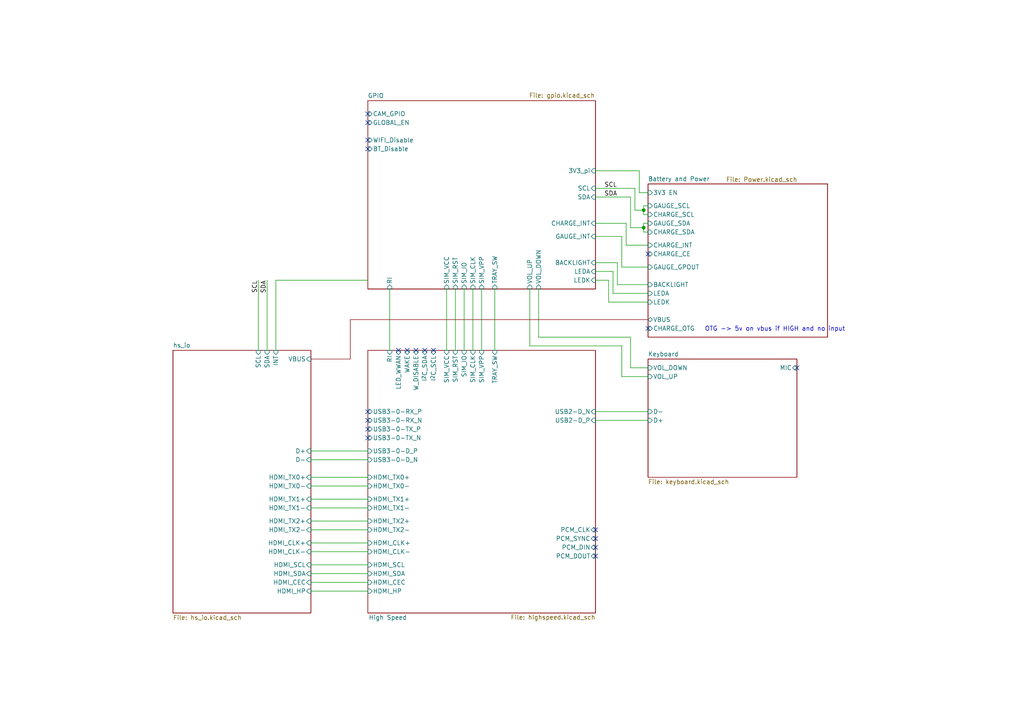
<source format=kicad_sch>
(kicad_sch
	(version 20231120)
	(generator "eeschema")
	(generator_version "8.0")
	(uuid "de3771bf-b13a-459d-a957-6ff90f7da387")
	(paper "A4")
	(title_block
		(title "Overview")
		(date "2024-10-19 - 2025-01-29")
		(rev "Prototype v0")
		(company "xamuel.xyz")
	)
	(lib_symbols)
	(junction
		(at 186.69 60.96)
		(diameter 0)
		(color 0 0 0 0)
		(uuid "1a4c2db4-74aa-4bec-819a-3e4170a21650")
	)
	(junction
		(at 186.69 66.04)
		(diameter 0)
		(color 0 0 0 0)
		(uuid "bfb1d14b-2643-448f-a00e-187ea4190f9a")
	)
	(no_connect
		(at 115.57 101.6)
		(uuid "0e2ac4d0-2296-41e5-8cbd-4ca0f82623d3")
	)
	(no_connect
		(at 172.72 156.21)
		(uuid "167b94cc-47c0-4c86-94db-bce60db73776")
	)
	(no_connect
		(at 125.73 101.6)
		(uuid "2772f1e2-dac8-4e58-8378-07d4f05a4d02")
	)
	(no_connect
		(at 187.96 95.25)
		(uuid "334c519d-553f-4732-b850-bf057fd4dcc6")
	)
	(no_connect
		(at 106.68 127)
		(uuid "4df86576-8a00-43c3-9a1e-1e00bfe5df86")
	)
	(no_connect
		(at 231.14 106.68)
		(uuid "54da4c6e-d482-41fa-87da-7e0d95da7546")
	)
	(no_connect
		(at 106.68 121.92)
		(uuid "660dc22e-bf98-4ade-bfee-46451f6c6746")
	)
	(no_connect
		(at 172.72 161.29)
		(uuid "730ef939-b907-4a1d-9b23-81c93715d580")
	)
	(no_connect
		(at 106.68 33.02)
		(uuid "787d9189-dc65-44e1-ba96-8a65c7607288")
	)
	(no_connect
		(at 123.19 101.6)
		(uuid "93bf84a8-b6b5-4ebe-8d18-6d3c776885db")
	)
	(no_connect
		(at 106.68 124.46)
		(uuid "a580c4f3-2140-4c20-9d8b-563582f7375e")
	)
	(no_connect
		(at 106.68 119.38)
		(uuid "aa562275-87a0-46dd-acc6-7d61dad4db8a")
	)
	(no_connect
		(at 187.96 73.66)
		(uuid "ae28476b-6796-4574-a30e-608838166662")
	)
	(no_connect
		(at 106.68 40.64)
		(uuid "cf8daf27-d7b9-47ea-b221-4b4d5d28f4c2")
	)
	(no_connect
		(at 106.68 43.18)
		(uuid "d69245e3-e4e1-49e3-8e31-f2a636b47fca")
	)
	(no_connect
		(at 106.68 35.56)
		(uuid "ddc15d5a-e945-408e-9ce6-e9c12d8a5b4f")
	)
	(no_connect
		(at 120.65 101.6)
		(uuid "dec01159-172d-4467-a3b3-18cd65982a35")
	)
	(no_connect
		(at 172.72 153.67)
		(uuid "e7ed6c47-813f-4aa3-9455-4f95ef0ba996")
	)
	(no_connect
		(at 118.11 101.6)
		(uuid "eba35717-47f3-4769-aa05-4b2128e2da01")
	)
	(no_connect
		(at 172.72 158.75)
		(uuid "f539bcdd-7595-4f71-a54c-54362cc5c3c5")
	)
	(wire
		(pts
			(xy 172.72 121.92) (xy 187.96 121.92)
		)
		(stroke
			(width 0)
			(type default)
		)
		(uuid "0069f12d-7883-4d3c-8aa4-fd6a7a16d486")
	)
	(wire
		(pts
			(xy 101.6 104.14) (xy 101.6 92.71)
		)
		(stroke
			(width 0)
			(type default)
			(color 132 0 0 1)
		)
		(uuid "01b1dc12-9707-4d51-b82c-76924ceef48b")
	)
	(wire
		(pts
			(xy 185.42 55.88) (xy 185.42 49.53)
		)
		(stroke
			(width 0)
			(type default)
		)
		(uuid "03f4cbfd-7545-4622-bf31-b5c71fb3301e")
	)
	(wire
		(pts
			(xy 179.07 82.55) (xy 187.96 82.55)
		)
		(stroke
			(width 0)
			(type default)
		)
		(uuid "07384086-4bac-460b-80af-36b00d7f5d1c")
	)
	(wire
		(pts
			(xy 186.69 67.31) (xy 187.96 67.31)
		)
		(stroke
			(width 0)
			(type default)
		)
		(uuid "087c6174-37b8-4677-bd2b-9c1bd4bf9fd5")
	)
	(wire
		(pts
			(xy 90.17 104.14) (xy 101.6 104.14)
		)
		(stroke
			(width 0)
			(type default)
			(color 132 0 0 1)
		)
		(uuid "0a73ebed-b4bc-49f9-b2e7-f218c4f9b49d")
	)
	(wire
		(pts
			(xy 186.69 66.04) (xy 186.69 67.31)
		)
		(stroke
			(width 0)
			(type default)
		)
		(uuid "0b1b6112-d49d-4bbf-a4ba-95738521e6cc")
	)
	(wire
		(pts
			(xy 172.72 119.38) (xy 187.96 119.38)
		)
		(stroke
			(width 0)
			(type default)
		)
		(uuid "0e3673a0-3fdd-4605-b4c9-8053f093e46a")
	)
	(wire
		(pts
			(xy 90.17 130.81) (xy 106.68 130.81)
		)
		(stroke
			(width 0)
			(type default)
		)
		(uuid "0eca09db-ddb9-44b5-a1e8-27f0669d6d4c")
	)
	(wire
		(pts
			(xy 176.53 87.63) (xy 187.96 87.63)
		)
		(stroke
			(width 0)
			(type default)
		)
		(uuid "1768f339-910a-4dfe-a090-b5bb625721c0")
	)
	(wire
		(pts
			(xy 180.34 77.47) (xy 187.96 77.47)
		)
		(stroke
			(width 0)
			(type default)
		)
		(uuid "1811a3b3-4c7c-4afe-be38-e53d8479d248")
	)
	(wire
		(pts
			(xy 139.7 83.82) (xy 139.7 101.6)
		)
		(stroke
			(width 0)
			(type default)
		)
		(uuid "26f2846b-76cb-4f06-9bc6-3cb6abc5cf88")
	)
	(wire
		(pts
			(xy 180.34 100.33) (xy 180.34 109.22)
		)
		(stroke
			(width 0)
			(type default)
		)
		(uuid "29a4d152-7a87-40d8-92d5-53dbdf8641e1")
	)
	(wire
		(pts
			(xy 186.69 62.23) (xy 187.96 62.23)
		)
		(stroke
			(width 0)
			(type default)
		)
		(uuid "29c78463-d2f7-46b9-8b53-1577831503f4")
	)
	(wire
		(pts
			(xy 90.17 153.67) (xy 106.68 153.67)
		)
		(stroke
			(width 0)
			(type default)
		)
		(uuid "2ba73c47-5b21-4a74-9921-60ad17c9a2b3")
	)
	(wire
		(pts
			(xy 90.17 157.48) (xy 106.68 157.48)
		)
		(stroke
			(width 0)
			(type default)
		)
		(uuid "2fd59eae-98dd-4243-956f-55db3ae69c5f")
	)
	(wire
		(pts
			(xy 90.17 160.02) (xy 106.68 160.02)
		)
		(stroke
			(width 0)
			(type default)
		)
		(uuid "31cfcf41-0c1e-4148-8dcc-df0aef2f70b7")
	)
	(wire
		(pts
			(xy 176.53 87.63) (xy 176.53 81.28)
		)
		(stroke
			(width 0)
			(type default)
		)
		(uuid "360bce73-a28b-4c26-a51c-840f5f07079f")
	)
	(wire
		(pts
			(xy 184.15 54.61) (xy 184.15 60.96)
		)
		(stroke
			(width 0)
			(type default)
		)
		(uuid "3c293d6e-7340-443d-bf83-aad496c52cd1")
	)
	(wire
		(pts
			(xy 172.72 57.15) (xy 182.88 57.15)
		)
		(stroke
			(width 0)
			(type default)
		)
		(uuid "3da7b6f9-f275-4cd2-ab04-621d52ffc21b")
	)
	(wire
		(pts
			(xy 186.69 59.69) (xy 186.69 60.96)
		)
		(stroke
			(width 0)
			(type default)
		)
		(uuid "42676e74-17cc-4869-b445-98f908d7df06")
	)
	(wire
		(pts
			(xy 187.96 55.88) (xy 185.42 55.88)
		)
		(stroke
			(width 0)
			(type default)
		)
		(uuid "4cf0895c-be2f-4f58-95d8-b38a52db50e3")
	)
	(wire
		(pts
			(xy 186.69 64.77) (xy 187.96 64.77)
		)
		(stroke
			(width 0)
			(type default)
		)
		(uuid "57744c7c-0e47-45af-89f6-2554a51ae820")
	)
	(wire
		(pts
			(xy 90.17 133.35) (xy 106.68 133.35)
		)
		(stroke
			(width 0)
			(type default)
		)
		(uuid "59b8cb66-17f3-4c42-9961-ec5564598196")
	)
	(wire
		(pts
			(xy 90.17 144.78) (xy 106.68 144.78)
		)
		(stroke
			(width 0)
			(type default)
		)
		(uuid "5e492ed3-8e38-4264-bc79-3638502cc628")
	)
	(wire
		(pts
			(xy 90.17 151.13) (xy 106.68 151.13)
		)
		(stroke
			(width 0)
			(type default)
		)
		(uuid "62b8d1c8-fdb5-440e-8fa0-caf676789dfd")
	)
	(wire
		(pts
			(xy 90.17 138.43) (xy 106.68 138.43)
		)
		(stroke
			(width 0)
			(type default)
		)
		(uuid "686abce9-c364-4ece-9f79-1054952bfe96")
	)
	(wire
		(pts
			(xy 137.16 83.82) (xy 137.16 101.6)
		)
		(stroke
			(width 0)
			(type default)
		)
		(uuid "6cbbeeef-b736-4f21-a797-948a41092e4c")
	)
	(wire
		(pts
			(xy 90.17 163.83) (xy 106.68 163.83)
		)
		(stroke
			(width 0)
			(type default)
		)
		(uuid "71495350-004d-4a24-b02d-b76c8116256b")
	)
	(wire
		(pts
			(xy 177.8 85.09) (xy 177.8 78.74)
		)
		(stroke
			(width 0)
			(type default)
		)
		(uuid "72c1373e-bd55-42b1-b4ba-aeb5a6ac1a6f")
	)
	(wire
		(pts
			(xy 176.53 81.28) (xy 172.72 81.28)
		)
		(stroke
			(width 0)
			(type default)
		)
		(uuid "745bc68e-5f25-4b4e-a561-b532902cbcef")
	)
	(wire
		(pts
			(xy 90.17 166.37) (xy 106.68 166.37)
		)
		(stroke
			(width 0)
			(type default)
		)
		(uuid "753caf52-7240-4aef-af38-3ca2351ad600")
	)
	(wire
		(pts
			(xy 74.93 81.28) (xy 74.93 101.6)
		)
		(stroke
			(width 0)
			(type default)
		)
		(uuid "79134ac6-0924-4309-9a85-16dfbde0e0a7")
	)
	(wire
		(pts
			(xy 156.21 97.79) (xy 182.88 97.79)
		)
		(stroke
			(width 0)
			(type default)
		)
		(uuid "7ae67326-f222-4031-890a-988ce30a2d33")
	)
	(wire
		(pts
			(xy 172.72 54.61) (xy 184.15 54.61)
		)
		(stroke
			(width 0)
			(type default)
		)
		(uuid "7b38d3f9-025e-4c5e-863d-f68f92e1b74a")
	)
	(wire
		(pts
			(xy 182.88 106.68) (xy 187.96 106.68)
		)
		(stroke
			(width 0)
			(type default)
		)
		(uuid "7e237ae1-35a0-4444-ac55-9db543433047")
	)
	(wire
		(pts
			(xy 177.8 85.09) (xy 187.96 85.09)
		)
		(stroke
			(width 0)
			(type default)
		)
		(uuid "7e47f4a6-6d46-4015-a9c2-31e96c62dd14")
	)
	(wire
		(pts
			(xy 177.8 78.74) (xy 172.72 78.74)
		)
		(stroke
			(width 0)
			(type default)
		)
		(uuid "8a0c975d-1338-4215-b57b-91f6071126b7")
	)
	(wire
		(pts
			(xy 186.69 59.69) (xy 187.96 59.69)
		)
		(stroke
			(width 0)
			(type default)
		)
		(uuid "8bfba662-2a89-47af-931d-6c324dec1de7")
	)
	(wire
		(pts
			(xy 113.03 83.82) (xy 113.03 101.6)
		)
		(stroke
			(width 0)
			(type default)
		)
		(uuid "8ccbbbfa-9b21-43ee-9bdc-3d2eb838e291")
	)
	(wire
		(pts
			(xy 153.67 83.82) (xy 153.67 100.33)
		)
		(stroke
			(width 0)
			(type default)
		)
		(uuid "8f549916-1030-496d-a6d4-71d5444083ff")
	)
	(wire
		(pts
			(xy 143.51 83.82) (xy 143.51 101.6)
		)
		(stroke
			(width 0)
			(type default)
		)
		(uuid "935dd0a4-814e-4b4e-a4b2-80ffe7f29d83")
	)
	(wire
		(pts
			(xy 179.07 76.2) (xy 172.72 76.2)
		)
		(stroke
			(width 0)
			(type default)
		)
		(uuid "9e73313b-3949-489b-a1c4-e874c57fd384")
	)
	(wire
		(pts
			(xy 182.88 66.04) (xy 186.69 66.04)
		)
		(stroke
			(width 0)
			(type default)
		)
		(uuid "a1f1efbb-f4f6-4eff-8d3e-61e89673af25")
	)
	(wire
		(pts
			(xy 90.17 171.45) (xy 106.68 171.45)
		)
		(stroke
			(width 0)
			(type default)
		)
		(uuid "a563d7a2-aba6-4700-8d97-ee5f5c5dba06")
	)
	(wire
		(pts
			(xy 77.47 81.28) (xy 77.47 101.6)
		)
		(stroke
			(width 0)
			(type default)
		)
		(uuid "adafc25c-1008-4b9c-99eb-eaac1482aee1")
	)
	(wire
		(pts
			(xy 182.88 97.79) (xy 182.88 106.68)
		)
		(stroke
			(width 0)
			(type default)
		)
		(uuid "b46510e5-4ca5-4464-a993-048c9dbe3d6f")
	)
	(wire
		(pts
			(xy 90.17 147.32) (xy 106.68 147.32)
		)
		(stroke
			(width 0)
			(type default)
		)
		(uuid "b580d6c3-2aa6-4cb9-b033-0016b1d4b1ef")
	)
	(wire
		(pts
			(xy 80.01 81.28) (xy 106.68 81.28)
		)
		(stroke
			(width 0)
			(type default)
		)
		(uuid "bc4a65b3-a675-4966-b718-76d8d27d4a1f")
	)
	(wire
		(pts
			(xy 90.17 168.91) (xy 106.68 168.91)
		)
		(stroke
			(width 0)
			(type default)
		)
		(uuid "bdc4c29e-d6cb-49cc-aa4b-0fdc37bb3d9f")
	)
	(wire
		(pts
			(xy 180.34 109.22) (xy 187.96 109.22)
		)
		(stroke
			(width 0)
			(type default)
		)
		(uuid "c19cb1e7-8623-416d-83b8-d84fefbc51b6")
	)
	(wire
		(pts
			(xy 186.69 64.77) (xy 186.69 66.04)
		)
		(stroke
			(width 0)
			(type default)
		)
		(uuid "c2cb1ef8-3615-4b23-8ce6-986fad5c668b")
	)
	(wire
		(pts
			(xy 181.61 71.12) (xy 187.96 71.12)
		)
		(stroke
			(width 0)
			(type default)
		)
		(uuid "c34dfc5f-ee31-4eb0-82c5-d5bad6de4ec7")
	)
	(wire
		(pts
			(xy 180.34 68.58) (xy 172.72 68.58)
		)
		(stroke
			(width 0)
			(type default)
		)
		(uuid "c37ea950-2957-477b-bb89-4df9b63ab858")
	)
	(wire
		(pts
			(xy 181.61 64.77) (xy 172.72 64.77)
		)
		(stroke
			(width 0)
			(type default)
		)
		(uuid "c70c24e6-c8e4-40b8-86ed-4f4bafd0df6c")
	)
	(wire
		(pts
			(xy 129.54 83.82) (xy 129.54 101.6)
		)
		(stroke
			(width 0)
			(type default)
		)
		(uuid "c9508cc0-103f-4cfe-a683-b0c0caba8b41")
	)
	(wire
		(pts
			(xy 186.69 60.96) (xy 184.15 60.96)
		)
		(stroke
			(width 0)
			(type default)
		)
		(uuid "cc181621-b240-4a07-bd19-e8fc4319b86a")
	)
	(wire
		(pts
			(xy 101.6 92.71) (xy 187.96 92.71)
		)
		(stroke
			(width 0)
			(type default)
			(color 132 0 0 1)
		)
		(uuid "cd71b277-3056-4907-b189-c78158d523c5")
	)
	(wire
		(pts
			(xy 179.07 82.55) (xy 179.07 76.2)
		)
		(stroke
			(width 0)
			(type default)
		)
		(uuid "ce1efe3c-be94-4cfc-b971-95bb330a60fe")
	)
	(wire
		(pts
			(xy 134.62 83.82) (xy 134.62 101.6)
		)
		(stroke
			(width 0)
			(type default)
		)
		(uuid "ce79cc5c-b504-4547-ad16-6f038eeb0db5")
	)
	(wire
		(pts
			(xy 90.17 140.97) (xy 106.68 140.97)
		)
		(stroke
			(width 0)
			(type default)
		)
		(uuid "d1319ad1-0aab-42a1-a32d-70cfd85ee6e6")
	)
	(wire
		(pts
			(xy 181.61 71.12) (xy 181.61 64.77)
		)
		(stroke
			(width 0)
			(type default)
		)
		(uuid "d4dcefb3-d54b-4278-90e0-f1ec6f424629")
	)
	(wire
		(pts
			(xy 180.34 77.47) (xy 180.34 68.58)
		)
		(stroke
			(width 0)
			(type default)
		)
		(uuid "dc2ad1fe-1b71-4d3f-bfb1-e6f65a50c19d")
	)
	(wire
		(pts
			(xy 186.69 60.96) (xy 186.69 62.23)
		)
		(stroke
			(width 0)
			(type default)
		)
		(uuid "e38672e7-88e8-4c59-8ce6-84c1ce4d405a")
	)
	(wire
		(pts
			(xy 182.88 57.15) (xy 182.88 66.04)
		)
		(stroke
			(width 0)
			(type default)
		)
		(uuid "e60074ce-0d31-4ae0-84ed-28adde9d68eb")
	)
	(wire
		(pts
			(xy 156.21 83.82) (xy 156.21 97.79)
		)
		(stroke
			(width 0)
			(type default)
		)
		(uuid "ecb50cdf-658a-43a5-a475-f5d367744d56")
	)
	(wire
		(pts
			(xy 80.01 101.6) (xy 80.01 81.28)
		)
		(stroke
			(width 0)
			(type default)
		)
		(uuid "ee0c9b4c-6e62-4d75-8a0a-e5d56c9fb240")
	)
	(wire
		(pts
			(xy 172.72 49.53) (xy 185.42 49.53)
		)
		(stroke
			(width 0)
			(type default)
		)
		(uuid "f5f38bb7-c0be-4c9d-94ab-667e50bff425")
	)
	(wire
		(pts
			(xy 132.08 83.82) (xy 132.08 101.6)
		)
		(stroke
			(width 0)
			(type default)
		)
		(uuid "f926afad-c15e-4717-a192-d7b0c214f743")
	)
	(wire
		(pts
			(xy 153.67 100.33) (xy 180.34 100.33)
		)
		(stroke
			(width 0)
			(type default)
		)
		(uuid "fdc1c10c-0081-42cc-ba59-f35b9bfa91c3")
	)
	(text "OTG -> 5v on vbus if HIGH and no input"
		(exclude_from_sim no)
		(at 224.79 95.504 0)
		(effects
			(font
				(size 1.27 1.27)
			)
		)
		(uuid "b0e317c7-6684-4e37-b819-7ff4861dd11b")
	)
	(label "SDA"
		(at 175.26 57.15 0)
		(fields_autoplaced yes)
		(effects
			(font
				(size 1.27 1.27)
			)
			(justify left bottom)
		)
		(uuid "682d1f46-6d86-42e7-9c9d-ee6a32cb8dea")
	)
	(label "SCL"
		(at 175.26 54.61 0)
		(fields_autoplaced yes)
		(effects
			(font
				(size 1.27 1.27)
			)
			(justify left bottom)
		)
		(uuid "7b8953a5-2af9-4743-a353-c1d80936a4b9")
	)
	(label "SDA"
		(at 77.47 81.28 270)
		(fields_autoplaced yes)
		(effects
			(font
				(size 1.27 1.27)
			)
			(justify right bottom)
		)
		(uuid "cb1428fe-8dc0-4996-9a0a-5a53e8bd2154")
	)
	(label "SCL"
		(at 74.93 81.28 270)
		(fields_autoplaced yes)
		(effects
			(font
				(size 1.27 1.27)
			)
			(justify right bottom)
		)
		(uuid "e013fa94-4a32-4909-985d-217aface1b72")
	)
	(sheet
		(at 106.68 29.21)
		(size 66.04 54.61)
		(stroke
			(width 0.1524)
			(type solid)
		)
		(fill
			(color 0 0 0 0.0000)
		)
		(uuid "157d7587-4674-47d2-b2e3-79ed693e51a7")
		(property "Sheetname" "GPIO"
			(at 106.68 28.4984 0)
			(effects
				(font
					(size 1.27 1.27)
				)
				(justify left bottom)
			)
		)
		(property "Sheetfile" "gpio.kicad_sch"
			(at 153.416 26.924 0)
			(effects
				(font
					(size 1.27 1.27)
				)
				(justify left top)
			)
		)
		(pin "BT_Disable" input
			(at 106.68 43.18 180)
			(effects
				(font
					(size 1.27 1.27)
				)
				(justify left)
			)
			(uuid "6eb5ebc4-1c67-498e-a1f2-1d5b160e6e58")
		)
		(pin "GLOBAL_EN" input
			(at 106.68 35.56 180)
			(effects
				(font
					(size 1.27 1.27)
				)
				(justify left)
			)
			(uuid "382b22ed-a36f-40c9-8308-e3b0a4c9f964")
		)
		(pin "CAM_GPIO" input
			(at 106.68 33.02 180)
			(effects
				(font
					(size 1.27 1.27)
				)
				(justify left)
			)
			(uuid "701edc21-9330-42cd-a62b-d7739ac7654e")
		)
		(pin "WIFI_Disable" input
			(at 106.68 40.64 180)
			(effects
				(font
					(size 1.27 1.27)
				)
				(justify left)
			)
			(uuid "5c8d3798-cbb9-4a03-8224-1ef9860037bd")
		)
		(pin "SIM_VPP" input
			(at 139.7 83.82 270)
			(effects
				(font
					(size 1.27 1.27)
				)
				(justify left)
			)
			(uuid "0738cee3-5683-410b-b13f-c6a8fd2050b6")
		)
		(pin "SIM_RST" input
			(at 132.08 83.82 270)
			(effects
				(font
					(size 1.27 1.27)
				)
				(justify left)
			)
			(uuid "8e8eb30b-3b68-40bf-87ca-66255c3bcb22")
		)
		(pin "SIM_IO" input
			(at 134.62 83.82 270)
			(effects
				(font
					(size 1.27 1.27)
				)
				(justify left)
			)
			(uuid "f2ae0f63-5858-46bb-9fac-252941c981b2")
		)
		(pin "SIM_CLK" input
			(at 137.16 83.82 270)
			(effects
				(font
					(size 1.27 1.27)
				)
				(justify left)
			)
			(uuid "b8d04667-aa2a-46b5-89af-502a82cc19d4")
		)
		(pin "TRAY_SW" input
			(at 143.51 83.82 270)
			(effects
				(font
					(size 1.27 1.27)
				)
				(justify left)
			)
			(uuid "24e0ecc9-2db3-44cd-95a9-44b25390c6b7")
		)
		(pin "SIM_VCC" input
			(at 129.54 83.82 270)
			(effects
				(font
					(size 1.27 1.27)
				)
				(justify left)
			)
			(uuid "a750664e-807e-4984-b08c-0abcc88b5814")
		)
		(pin "SDA" input
			(at 172.72 57.15 0)
			(effects
				(font
					(size 1.27 1.27)
				)
				(justify right)
			)
			(uuid "8256e669-dee6-4cf4-94d3-46650607f613")
		)
		(pin "SCL" input
			(at 172.72 54.61 0)
			(effects
				(font
					(size 1.27 1.27)
				)
				(justify right)
			)
			(uuid "8888e5bb-bd40-4717-a5c0-293a0992fa92")
		)
		(pin "LEDA" input
			(at 172.72 78.74 0)
			(effects
				(font
					(size 1.27 1.27)
				)
				(justify right)
			)
			(uuid "9ceb137e-2834-445f-ab5a-2efb3b464725")
		)
		(pin "LEDK" input
			(at 172.72 81.28 0)
			(effects
				(font
					(size 1.27 1.27)
				)
				(justify right)
			)
			(uuid "5b482bde-7ff6-4b95-b0cb-2aedb430356b")
		)
		(pin "BACKLIGHT" input
			(at 172.72 76.2 0)
			(effects
				(font
					(size 1.27 1.27)
				)
				(justify right)
			)
			(uuid "900945e5-2a87-4189-b745-183b9148218b")
		)
		(pin "3V3_pi" input
			(at 172.72 49.53 0)
			(effects
				(font
					(size 1.27 1.27)
				)
				(justify right)
			)
			(uuid "67dd157a-f1ac-4d0d-9e75-b3970eede4ae")
		)
		(pin "CHARGE_INT" input
			(at 172.72 64.77 0)
			(effects
				(font
					(size 1.27 1.27)
				)
				(justify right)
			)
			(uuid "18df70b0-ba18-4a12-a537-b75bc1073c05")
		)
		(pin "GAUGE_INT" input
			(at 172.72 68.58 0)
			(effects
				(font
					(size 1.27 1.27)
				)
				(justify right)
			)
			(uuid "36e9286a-dae0-4874-91c1-aebbd9d9d592")
		)
		(pin "VOL_UP" input
			(at 153.67 83.82 270)
			(effects
				(font
					(size 1.27 1.27)
				)
				(justify left)
			)
			(uuid "c608a02b-9108-45d7-9e15-540f75bcc1b2")
		)
		(pin "VOL_DOWN" input
			(at 156.21 83.82 270)
			(effects
				(font
					(size 1.27 1.27)
				)
				(justify left)
			)
			(uuid "8dfb76c8-a6c6-4b10-be58-7049b4a27326")
		)
		(pin "RI" input
			(at 113.03 83.82 270)
			(effects
				(font
					(size 1.27 1.27)
				)
				(justify left)
			)
			(uuid "7a92c539-2140-419c-85f0-5606b6e01ceb")
		)
		(instances
			(project "linuxpocket"
				(path "/de3771bf-b13a-459d-a957-6ff90f7da387"
					(page "2")
				)
			)
		)
	)
	(sheet
		(at 187.96 104.14)
		(size 43.18 34.29)
		(fields_autoplaced yes)
		(stroke
			(width 0.1524)
			(type solid)
		)
		(fill
			(color 0 0 0 0.0000)
		)
		(uuid "73d6cf8a-2441-40f6-acf5-544260157572")
		(property "Sheetname" "Keyboard"
			(at 187.96 103.4284 0)
			(effects
				(font
					(size 1.27 1.27)
				)
				(justify left bottom)
			)
		)
		(property "Sheetfile" "keyboard.kicad_sch"
			(at 187.96 139.0146 0)
			(effects
				(font
					(size 1.27 1.27)
				)
				(justify left top)
			)
		)
		(pin "VOL_DOWN" input
			(at 187.96 106.68 180)
			(effects
				(font
					(size 1.27 1.27)
				)
				(justify left)
			)
			(uuid "9617db40-0ecf-4a09-8374-fb5c58389018")
		)
		(pin "VOL_UP" input
			(at 187.96 109.22 180)
			(effects
				(font
					(size 1.27 1.27)
				)
				(justify left)
			)
			(uuid "a860b9e8-61b8-4569-bb47-ee716032ffe0")
		)
		(pin "D-" input
			(at 187.96 119.38 180)
			(effects
				(font
					(size 1.27 1.27)
				)
				(justify left)
			)
			(uuid "d4d00999-06a9-4d1c-8b6a-b9db503e53b4")
		)
		(pin "D+" input
			(at 187.96 121.92 180)
			(effects
				(font
					(size 1.27 1.27)
				)
				(justify left)
			)
			(uuid "ac5a354d-408e-4cef-9634-0736126861b1")
		)
		(pin "MIC" input
			(at 231.14 106.68 0)
			(effects
				(font
					(size 1.27 1.27)
				)
				(justify right)
			)
			(uuid "6b4da311-b284-43e1-885f-9834a4274544")
		)
		(instances
			(project "linuxpocket"
				(path "/de3771bf-b13a-459d-a957-6ff90f7da387"
					(page "7")
				)
			)
		)
	)
	(sheet
		(at 106.68 101.6)
		(size 66.04 76.2)
		(stroke
			(width 0.1524)
			(type solid)
		)
		(fill
			(color 0 0 0 0.0000)
		)
		(uuid "7405f2ae-4443-4e6f-9c19-b00d1eeb9817")
		(property "Sheetname" "High Speed"
			(at 106.934 179.832 0)
			(effects
				(font
					(size 1.27 1.27)
				)
				(justify left bottom)
			)
		)
		(property "Sheetfile" "highspeed.kicad_sch"
			(at 148.082 178.308 0)
			(effects
				(font
					(size 1.27 1.27)
				)
				(justify left top)
			)
		)
		(pin "WAKE" input
			(at 118.11 101.6 90)
			(effects
				(font
					(size 1.27 1.27)
				)
				(justify right)
			)
			(uuid "7e813aa8-84b6-4d75-9d88-1e06e5df0137")
		)
		(pin "W_DISABLE" input
			(at 120.65 101.6 90)
			(effects
				(font
					(size 1.27 1.27)
				)
				(justify right)
			)
			(uuid "d0c78281-afd5-4112-a194-7335afae9e7e")
		)
		(pin "I^{2}C_SDA" input
			(at 123.19 101.6 90)
			(effects
				(font
					(size 1.27 1.27)
				)
				(justify right)
			)
			(uuid "4cd7ae27-5f0b-4445-b505-7e38fba10ecf")
		)
		(pin "I^{2}C_SCL" input
			(at 125.73 101.6 90)
			(effects
				(font
					(size 1.27 1.27)
				)
				(justify right)
			)
			(uuid "fa61df18-7f80-4b28-b36e-28d46a54d4b8")
		)
		(pin "SIM_VCC" input
			(at 129.54 101.6 90)
			(effects
				(font
					(size 1.27 1.27)
				)
				(justify right)
			)
			(uuid "6f972133-9129-4f92-b550-df86a8a730d2")
		)
		(pin "SIM_VPP" input
			(at 139.7 101.6 90)
			(effects
				(font
					(size 1.27 1.27)
				)
				(justify right)
			)
			(uuid "77fc3c09-cd69-4097-abf3-c49246483f5a")
		)
		(pin "SIM_IO" input
			(at 134.62 101.6 90)
			(effects
				(font
					(size 1.27 1.27)
				)
				(justify right)
			)
			(uuid "06ffc28f-d9c8-4387-a56e-0c24adcbd886")
		)
		(pin "SIM_RST" input
			(at 132.08 101.6 90)
			(effects
				(font
					(size 1.27 1.27)
				)
				(justify right)
			)
			(uuid "f4fe2c95-2605-4660-bb06-5665acffa785")
		)
		(pin "SIM_CLK" input
			(at 137.16 101.6 90)
			(effects
				(font
					(size 1.27 1.27)
				)
				(justify right)
			)
			(uuid "a1c352cb-9a44-4df1-aeee-445922c377bd")
		)
		(pin "PCM_DOUT" input
			(at 172.72 161.29 0)
			(effects
				(font
					(size 1.27 1.27)
				)
				(justify right)
			)
			(uuid "ce0aac55-e0c6-42e2-94b1-eb4e85c06921")
		)
		(pin "PCM_DIN" input
			(at 172.72 158.75 0)
			(effects
				(font
					(size 1.27 1.27)
				)
				(justify right)
			)
			(uuid "1c35dfe0-f5e9-4d5c-844b-59dcdb72dcf6")
		)
		(pin "PCM_SYNC" input
			(at 172.72 156.21 0)
			(effects
				(font
					(size 1.27 1.27)
				)
				(justify right)
			)
			(uuid "5d395e75-9b23-4a7c-806f-f5ea016118d9")
		)
		(pin "RI" input
			(at 113.03 101.6 90)
			(effects
				(font
					(size 1.27 1.27)
				)
				(justify right)
			)
			(uuid "8ec910eb-d454-452b-938d-a6eef4aeb2fd")
		)
		(pin "LED_WWAN" input
			(at 115.57 101.6 90)
			(effects
				(font
					(size 1.27 1.27)
				)
				(justify right)
			)
			(uuid "0a027441-92fe-4050-b75b-5684a129e728")
		)
		(pin "PCM_CLK" input
			(at 172.72 153.67 0)
			(effects
				(font
					(size 1.27 1.27)
				)
				(justify right)
			)
			(uuid "6115c721-fbd3-43c7-8b07-2b9d0b25e439")
		)
		(pin "TRAY_SW" input
			(at 143.51 101.6 90)
			(effects
				(font
					(size 1.27 1.27)
				)
				(justify right)
			)
			(uuid "f2477817-672f-4a64-a880-e4e538bb254d")
		)
		(pin "USB2-D_P" input
			(at 172.72 121.92 0)
			(effects
				(font
					(size 1.27 1.27)
				)
				(justify right)
			)
			(uuid "64c6f185-d5cb-476c-88dd-48678ecb049f")
		)
		(pin "USB2-D_N" input
			(at 172.72 119.38 0)
			(effects
				(font
					(size 1.27 1.27)
				)
				(justify right)
			)
			(uuid "19ece4eb-cad0-4cec-87df-217cce2c4278")
		)
		(pin "USB3-0-RX_P" input
			(at 106.68 119.38 180)
			(effects
				(font
					(size 1.27 1.27)
				)
				(justify left)
			)
			(uuid "011c065e-d45b-4dc9-ae2e-a2068a6a6b9d")
		)
		(pin "USB3-0-RX_N" input
			(at 106.68 121.92 180)
			(effects
				(font
					(size 1.27 1.27)
				)
				(justify left)
			)
			(uuid "3546ac21-eff6-4df4-ac75-5c5b54f47e98")
		)
		(pin "USB3-0-TX_P" input
			(at 106.68 124.46 180)
			(effects
				(font
					(size 1.27 1.27)
				)
				(justify left)
			)
			(uuid "33b9cbf3-25d5-43b1-a074-2b297421092d")
		)
		(pin "USB3-0-TX_N" input
			(at 106.68 127 180)
			(effects
				(font
					(size 1.27 1.27)
				)
				(justify left)
			)
			(uuid "8e8ed6b3-efc8-4a6a-b83c-da8ca046e9e9")
		)
		(pin "USB3-0-D_P" input
			(at 106.68 130.81 180)
			(effects
				(font
					(size 1.27 1.27)
				)
				(justify left)
			)
			(uuid "9754dfc6-1f60-45e9-95ca-072093b1d3a1")
		)
		(pin "USB3-0-D_N" input
			(at 106.68 133.35 180)
			(effects
				(font
					(size 1.27 1.27)
				)
				(justify left)
			)
			(uuid "cad8dba0-d123-4c8c-8764-457e60742ce1")
		)
		(pin "HDMI_TX2-" input
			(at 106.68 153.67 180)
			(effects
				(font
					(size 1.27 1.27)
				)
				(justify left)
			)
			(uuid "520671bc-4e4b-4add-a513-8576839716d3")
		)
		(pin "HDMI_TX2+" input
			(at 106.68 151.13 180)
			(effects
				(font
					(size 1.27 1.27)
				)
				(justify left)
			)
			(uuid "080ac7a1-a24d-4152-9b52-d0196a75be8a")
		)
		(pin "HDMI_SCL" input
			(at 106.68 163.83 180)
			(effects
				(font
					(size 1.27 1.27)
				)
				(justify left)
			)
			(uuid "6e41cd3d-1246-41ef-b924-f17711713e27")
		)
		(pin "HDMI_CLK+" input
			(at 106.68 157.48 180)
			(effects
				(font
					(size 1.27 1.27)
				)
				(justify left)
			)
			(uuid "f17d6d11-87ec-4974-abe2-a965d724610f")
		)
		(pin "HDMI_CLK-" input
			(at 106.68 160.02 180)
			(effects
				(font
					(size 1.27 1.27)
				)
				(justify left)
			)
			(uuid "8d4b4225-5c30-466d-8f41-cae6566eaa33")
		)
		(pin "HDMI_TX0+" input
			(at 106.68 138.43 180)
			(effects
				(font
					(size 1.27 1.27)
				)
				(justify left)
			)
			(uuid "bb75526b-ea00-4af7-ae47-ddab782d7ef9")
		)
		(pin "HDMI_TX1+" input
			(at 106.68 144.78 180)
			(effects
				(font
					(size 1.27 1.27)
				)
				(justify left)
			)
			(uuid "393293b2-1110-45b6-a4d7-5e4f43e59a7c")
		)
		(pin "HDMI_TX1-" input
			(at 106.68 147.32 180)
			(effects
				(font
					(size 1.27 1.27)
				)
				(justify left)
			)
			(uuid "cdd41034-487d-41a4-8a02-3ddd001a2e3a")
		)
		(pin "HDMI_TX0-" input
			(at 106.68 140.97 180)
			(effects
				(font
					(size 1.27 1.27)
				)
				(justify left)
			)
			(uuid "1129757e-1dfb-4cfa-822e-10a5876128ea")
		)
		(pin "HDMI_SDA" input
			(at 106.68 166.37 180)
			(effects
				(font
					(size 1.27 1.27)
				)
				(justify left)
			)
			(uuid "21e7765e-909b-4fc5-92fe-482ff75d6812")
		)
		(pin "HDMI_CEC" input
			(at 106.68 168.91 180)
			(effects
				(font
					(size 1.27 1.27)
				)
				(justify left)
			)
			(uuid "f951d041-7ea7-4f22-b016-27df76967fdd")
		)
		(pin "HDMI_HP" input
			(at 106.68 171.45 180)
			(effects
				(font
					(size 1.27 1.27)
				)
				(justify left)
			)
			(uuid "89688985-257b-4862-8fb9-f4626813ebe9")
		)
		(instances
			(project "linuxpocket"
				(path "/de3771bf-b13a-459d-a957-6ff90f7da387"
					(page "5")
				)
			)
		)
	)
	(sheet
		(at 50.165 101.6)
		(size 40.005 76.2)
		(fields_autoplaced yes)
		(stroke
			(width 0.1524)
			(type solid)
		)
		(fill
			(color 0 0 0 0.0000)
		)
		(uuid "748cdf11-7804-4e37-b79e-0f3d48b13d4c")
		(property "Sheetname" "hs_io"
			(at 50.165 100.8884 0)
			(effects
				(font
					(size 1.27 1.27)
				)
				(justify left bottom)
			)
		)
		(property "Sheetfile" "hs_io.kicad_sch"
			(at 50.165 178.3846 0)
			(effects
				(font
					(size 1.27 1.27)
				)
				(justify left top)
			)
		)
		(pin "HDMI_TX1+" input
			(at 90.17 144.78 0)
			(effects
				(font
					(size 1.27 1.27)
				)
				(justify right)
			)
			(uuid "c06e8ed0-a457-47cd-a4bd-7d850a274a7e")
		)
		(pin "HDMI_TX1-" input
			(at 90.17 147.32 0)
			(effects
				(font
					(size 1.27 1.27)
				)
				(justify right)
			)
			(uuid "e9e8b0ee-dc24-4bc3-b862-3b6072805f9e")
		)
		(pin "HDMI_TX0+" input
			(at 90.17 138.43 0)
			(effects
				(font
					(size 1.27 1.27)
				)
				(justify right)
			)
			(uuid "9105db41-6280-43cd-b33e-53b47c71ddf8")
		)
		(pin "HDMI_TX2+" input
			(at 90.17 151.13 0)
			(effects
				(font
					(size 1.27 1.27)
				)
				(justify right)
			)
			(uuid "86bd24ad-6bd2-4a49-baf9-ac65fdf03201")
		)
		(pin "HDMI_TX2-" input
			(at 90.17 153.67 0)
			(effects
				(font
					(size 1.27 1.27)
				)
				(justify right)
			)
			(uuid "26ec0287-0cb8-4b62-bed5-e425e656ac8c")
		)
		(pin "HDMI_TX0-" input
			(at 90.17 140.97 0)
			(effects
				(font
					(size 1.27 1.27)
				)
				(justify right)
			)
			(uuid "c294e2d0-8a7d-47b6-b6ec-4b78642f5471")
		)
		(pin "HDMI_CLK-" input
			(at 90.17 160.02 0)
			(effects
				(font
					(size 1.27 1.27)
				)
				(justify right)
			)
			(uuid "e602d3cf-1fb0-443c-842e-ebd4499e94c5")
		)
		(pin "HDMI_CLK+" input
			(at 90.17 157.48 0)
			(effects
				(font
					(size 1.27 1.27)
				)
				(justify right)
			)
			(uuid "c7813252-6ed9-480f-9169-35e7b24c498b")
		)
		(pin "HDMI_SCL" input
			(at 90.17 163.83 0)
			(effects
				(font
					(size 1.27 1.27)
				)
				(justify right)
			)
			(uuid "6e92a40f-d115-4b83-aef2-03990dfb7442")
		)
		(pin "HDMI_SDA" input
			(at 90.17 166.37 0)
			(effects
				(font
					(size 1.27 1.27)
				)
				(justify right)
			)
			(uuid "5159091f-ced8-4d87-b4ec-3e0cb5c09f0c")
		)
		(pin "HDMI_CEC" input
			(at 90.17 168.91 0)
			(effects
				(font
					(size 1.27 1.27)
				)
				(justify right)
			)
			(uuid "a4f9aea5-6ca2-4034-8fcb-40ebd62bcf25")
		)
		(pin "HDMI_HP" input
			(at 90.17 171.45 0)
			(effects
				(font
					(size 1.27 1.27)
				)
				(justify right)
			)
			(uuid "9c7b7631-24c5-4d8b-a8ca-d66c637d1fad")
		)
		(pin "INT" input
			(at 80.01 101.6 90)
			(effects
				(font
					(size 1.27 1.27)
				)
				(justify right)
			)
			(uuid "164c8c75-049c-4828-92a4-4c8a5cd9e7af")
		)
		(pin "VBUS" input
			(at 90.17 104.14 0)
			(effects
				(font
					(size 1.27 1.27)
				)
				(justify right)
			)
			(uuid "ae923297-5a89-482e-8956-ceca566294a8")
		)
		(pin "SDA" input
			(at 77.47 101.6 90)
			(effects
				(font
					(size 1.27 1.27)
				)
				(justify right)
			)
			(uuid "ab50f8c6-05b3-48c3-8a7f-0f3975981b5f")
		)
		(pin "SCL" input
			(at 74.93 101.6 90)
			(effects
				(font
					(size 1.27 1.27)
				)
				(justify right)
			)
			(uuid "12ede33d-880f-4a50-8d18-2b57e60a7016")
		)
		(pin "D-" input
			(at 90.17 133.35 0)
			(effects
				(font
					(size 1.27 1.27)
				)
				(justify right)
			)
			(uuid "0f64db97-00d0-4eab-8c94-90ca43f7efb3")
		)
		(pin "D+" input
			(at 90.17 130.81 0)
			(effects
				(font
					(size 1.27 1.27)
				)
				(justify right)
			)
			(uuid "a6436745-a698-4487-95cd-743922a86c3d")
		)
		(instances
			(project "linuxpocket"
				(path "/de3771bf-b13a-459d-a957-6ff90f7da387"
					(page "4")
				)
			)
		)
	)
	(sheet
		(at 187.96 53.34)
		(size 52.07 44.45)
		(stroke
			(width 0.1524)
			(type solid)
		)
		(fill
			(color 0 0 0 0.0000)
		)
		(uuid "80740467-2537-4aa9-be41-8a76ad0fbd83")
		(property "Sheetname" "Battery and Power"
			(at 187.96 52.6284 0)
			(effects
				(font
					(size 1.27 1.27)
				)
				(justify left bottom)
			)
		)
		(property "Sheetfile" "Power.kicad_sch"
			(at 210.566 51.308 0)
			(effects
				(font
					(size 1.27 1.27)
				)
				(justify left top)
			)
		)
		(pin "GAUGE_SCL" input
			(at 187.96 59.69 180)
			(effects
				(font
					(size 1.27 1.27)
				)
				(justify left)
			)
			(uuid "6e8123f6-b2eb-4191-acc0-80c1da4d781f")
		)
		(pin "GAUGE_SDA" input
			(at 187.96 64.77 180)
			(effects
				(font
					(size 1.27 1.27)
				)
				(justify left)
			)
			(uuid "7fa72556-63ec-4e55-8cb5-cf932795149a")
		)
		(pin "GAUGE_GPOUT" input
			(at 187.96 77.47 180)
			(effects
				(font
					(size 1.27 1.27)
				)
				(justify left)
			)
			(uuid "cd8ae5a6-a73b-4888-ae57-18fe781641b7")
		)
		(pin "CHARGE_OTG" input
			(at 187.96 95.25 180)
			(effects
				(font
					(size 1.27 1.27)
				)
				(justify left)
			)
			(uuid "c222bcfe-55bb-4004-ace3-913966fdd8d0")
		)
		(pin "CHARGE_SCL" input
			(at 187.96 62.23 180)
			(effects
				(font
					(size 1.27 1.27)
				)
				(justify left)
			)
			(uuid "926405b8-3972-48e8-83d2-b62f19a3bb83")
		)
		(pin "CHARGE_INT" input
			(at 187.96 71.12 180)
			(effects
				(font
					(size 1.27 1.27)
				)
				(justify left)
			)
			(uuid "7c8cb09a-6a13-46a2-b462-494ff13c09b6")
		)
		(pin "CHARGE_CE" input
			(at 187.96 73.66 180)
			(effects
				(font
					(size 1.27 1.27)
				)
				(justify left)
			)
			(uuid "1b6e9396-ce75-4059-b5e4-c32d2c99f860")
		)
		(pin "CHARGE_SDA" input
			(at 187.96 67.31 180)
			(effects
				(font
					(size 1.27 1.27)
				)
				(justify left)
			)
			(uuid "19e5fca1-76fa-4bf5-80f4-6cd70ab1183a")
		)
		(pin "VBUS" bidirectional
			(at 187.96 92.71 180)
			(effects
				(font
					(size 1.27 1.27)
				)
				(justify left)
			)
			(uuid "d7b4122d-9403-4e45-8a0a-72be14f8c9a0")
		)
		(pin "LEDK" input
			(at 187.96 87.63 180)
			(effects
				(font
					(size 1.27 1.27)
				)
				(justify left)
			)
			(uuid "37b38257-4482-456f-a7d4-0d0e6ffd8495")
		)
		(pin "BACKLIGHT" input
			(at 187.96 82.55 180)
			(effects
				(font
					(size 1.27 1.27)
				)
				(justify left)
			)
			(uuid "d6c4c953-bd33-4bf0-9d51-fa121c2e9468")
		)
		(pin "LEDA" input
			(at 187.96 85.09 180)
			(effects
				(font
					(size 1.27 1.27)
				)
				(justify left)
			)
			(uuid "2d4815bb-55c0-46ab-9864-251e7984e7d3")
		)
		(pin "3V3 EN" input
			(at 187.96 55.88 180)
			(effects
				(font
					(size 1.27 1.27)
				)
				(justify left)
			)
			(uuid "30c9e77a-887a-45b3-b198-0b7eeb5eb7c3")
		)
		(instances
			(project "linuxpocket"
				(path "/de3771bf-b13a-459d-a957-6ff90f7da387"
					(page "6")
				)
			)
		)
	)
	(sheet_instances
		(path "/"
			(page "1")
		)
	)
)

</source>
